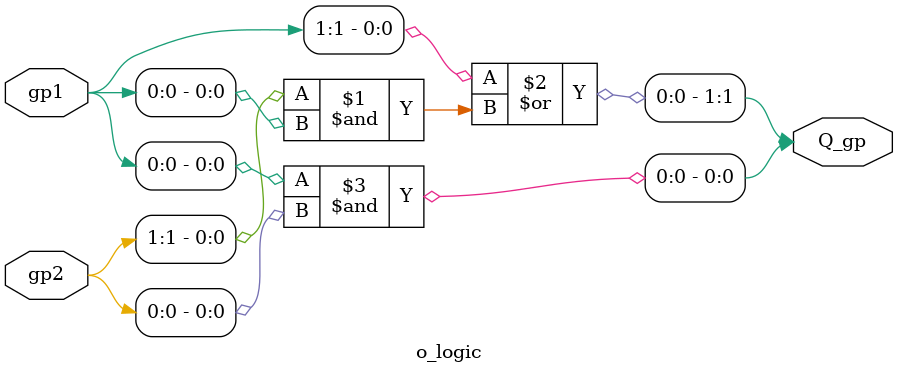
<source format=v>
module o_logic(gp1,gp2,Q_gp);
    input	[1:0]	gp1;
	input	[1:0]	gp2;
	output	[1:0]	Q_gp;

    assign Q_gp[1] = gp1[1] | (gp2[1] & gp1[0]);
    assign Q_gp[0] = gp1[0] & gp2[0];

endmodule
</source>
